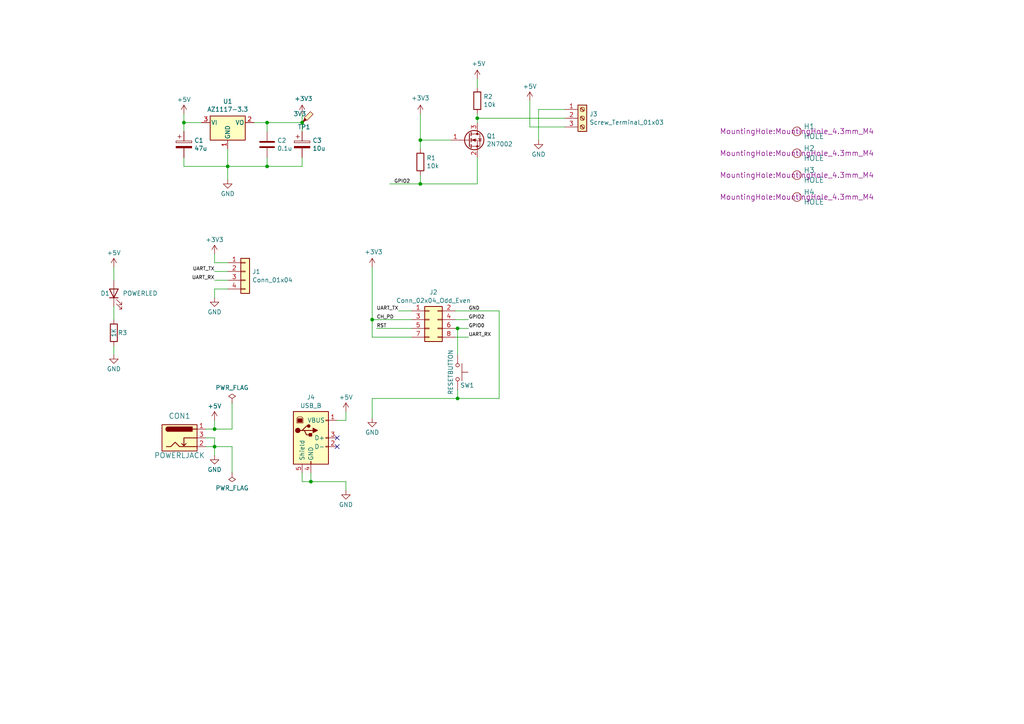
<source format=kicad_sch>
(kicad_sch (version 20230121) (generator eeschema)
  (paper "A4")
  (lib_symbols
    (symbol "Aslak:HOLE" (pin_names (offset 1.016))
      (property "Reference" "H" (at 0 2.54 0))
      (property "Value" "HOLE" (at 0 -2.54 0))
      (symbol "HOLE_0_1"
        (circle (center 0 0) (radius 1.27))
      )
    )
    (symbol "Connector:Barrel_Jack_Switch" (pin_names hide)
      (property "Reference" "J" (at 0 5.334 0))
      (property "Value" "Barrel_Jack_Switch" (at 0 -5.08 0))
      (symbol "Barrel_Jack_Switch_0_1"
        (rectangle (start -5.08 3.81) (end 5.08 -3.81) (stroke (width 0.254)) (fill (type background)))
        (arc (start -3.302 3.175) (mid -3.9343 2.54) (end -3.302 1.905) (stroke (width 0.254)))
        (arc (start -3.302 3.175) (mid -3.9343 2.54) (end -3.302 1.905) (stroke (width 0.254)) (fill (type outline)))
        (polyline (pts (xy 1.27 -2.286) (xy 1.905 -1.651)) (stroke (width 0.254)))
        (polyline (pts (xy 5.08 2.54) (xy 3.81 2.54)) (stroke (width 0.254)))
        (polyline (pts (xy 5.08 0) (xy 1.27 0) (xy 1.27 -2.286) (xy 0.635 -1.651)) (stroke (width 0.254)))
        (polyline (pts (xy -3.81 -2.54) (xy -2.54 -2.54) (xy -1.27 -1.27) (xy 0 -2.54) (xy 2.54 -2.54) (xy 5.08 -2.54)) (stroke (width 0.254)))
        (rectangle (start 3.683 3.175) (end -3.302 1.905) (stroke (width 0.254)) (fill (type outline)))
      )
      (symbol "Barrel_Jack_Switch_1_1"
        (pin passive line (at 7.62 2.54 180) (length 2.54) (name "~") (number "1"))
        (pin passive line (at 7.62 -2.54 180) (length 2.54) (name "~") (number "2"))
        (pin passive line (at 7.62 0 180) (length 2.54) (name "~") (number "3"))
      )
    )
    (symbol "Connector:Screw_Terminal_01x03" (pin_names (offset 1.016) hide)
      (property "Reference" "J" (at 0 5.08 0))
      (property "Value" "Screw_Terminal_01x03" (at 0 -5.08 0))
      (symbol "Screw_Terminal_01x03_1_1"
        (rectangle (start -1.27 3.81) (end 1.27 -3.81) (stroke (width 0.254)) (fill (type background)))
        (circle (center 0 -2.54) (radius 0.635) (stroke (width 0.1524)))
        (polyline (pts (xy -0.5334 -2.2098) (xy 0.3302 -3.048)) (stroke (width 0.1524)))
        (polyline (pts (xy -0.5334 0.3302) (xy 0.3302 -0.508)) (stroke (width 0.1524)))
        (polyline (pts (xy -0.5334 2.8702) (xy 0.3302 2.032)) (stroke (width 0.1524)))
        (polyline (pts (xy -0.3556 -2.032) (xy 0.508 -2.8702)) (stroke (width 0.1524)))
        (polyline (pts (xy -0.3556 0.508) (xy 0.508 -0.3302)) (stroke (width 0.1524)))
        (polyline (pts (xy -0.3556 3.048) (xy 0.508 2.2098)) (stroke (width 0.1524)))
        (circle (center 0 0) (radius 0.635) (stroke (width 0.1524)))
        (circle (center 0 2.54) (radius 0.635) (stroke (width 0.1524)))
        (pin passive line (at -5.08 2.54 0) (length 3.81) (name "Pin_1") (number "1"))
        (pin passive line (at -5.08 0 0) (length 3.81) (name "Pin_2") (number "2"))
        (pin passive line (at -5.08 -2.54 0) (length 3.81) (name "Pin_3") (number "3"))
      )
    )
    (symbol "Connector:TestPoint_Probe" (pin_numbers hide) (pin_names (offset 0.762) hide)
      (property "Reference" "TP" (at 1.651 5.842 0))
      (property "Value" "TestPoint_Probe" (at 1.651 4.064 0))
      (symbol "TestPoint_Probe_0_1"
        (polyline (pts (xy 1.27 0.762) (xy 0 0) (xy 0.762 1.27) (xy 1.27 0.762)) (fill (type outline)))
        (polyline (pts (xy 1.397 0.635) (xy 0.635 1.397) (xy 2.413 3.175) (xy 3.175 2.413) (xy 1.397 0.635)) (fill (type background)))
      )
      (symbol "TestPoint_Probe_1_1"
        (pin passive line (at 0 0 90) (length 0) (name "1") (number "1"))
      )
    )
    (symbol "Connector:USB_B" (pin_names (offset 1.016))
      (property "Reference" "J" (at -5.08 11.43 0))
      (property "Value" "USB_B" (at -5.08 8.89 0))
      (symbol "USB_B_0_1"
        (rectangle (start -5.08 -7.62) (end 5.08 7.62) (stroke (width 0.254)) (fill (type background)))
        (circle (center -3.81 2.159) (radius 0.635) (stroke (width 0.254)) (fill (type outline)))
        (rectangle (start -3.81 5.588) (end -2.54 4.572) (fill (type outline)))
        (circle (center -0.635 3.429) (radius 0.381) (stroke (width 0.254)) (fill (type outline)))
        (rectangle (start -0.127 -7.62) (end 0.127 -6.858))
        (polyline (pts (xy -1.905 2.159) (xy 0.635 2.159)) (stroke (width 0.254)))
        (polyline (pts (xy -3.175 2.159) (xy -2.54 2.159) (xy -1.27 3.429) (xy -0.635 3.429)) (stroke (width 0.254)))
        (polyline (pts (xy -2.54 2.159) (xy -1.905 2.159) (xy -1.27 0.889) (xy 0 0.889)) (stroke (width 0.254)))
        (polyline (pts (xy 0.635 2.794) (xy 0.635 1.524) (xy 1.905 2.159) (xy 0.635 2.794)) (stroke (width 0.254)) (fill (type outline)))
        (polyline (pts (xy -4.064 4.318) (xy -2.286 4.318) (xy -2.286 5.715) (xy -2.667 6.096) (xy -3.683 6.096) (xy -4.064 5.715) (xy -4.064 4.318)))
        (rectangle (start 0.254 1.27) (end -0.508 0.508) (stroke (width 0.254)) (fill (type outline)))
        (rectangle (start 5.08 -2.667) (end 4.318 -2.413))
        (rectangle (start 5.08 -0.127) (end 4.318 0.127))
        (rectangle (start 5.08 4.953) (end 4.318 5.207))
      )
      (symbol "USB_B_1_1"
        (pin power_out line (at 7.62 5.08 180) (length 2.54) (name "VBUS") (number "1"))
        (pin bidirectional line (at 7.62 -2.54 180) (length 2.54) (name "D-") (number "2"))
        (pin bidirectional line (at 7.62 0 180) (length 2.54) (name "D+") (number "3"))
        (pin power_out line (at 0 -10.16 90) (length 2.54) (name "GND") (number "4"))
        (pin passive line (at -2.54 -10.16 90) (length 2.54) (name "Shield") (number "5"))
      )
    )
    (symbol "Connector_Generic:Conn_01x04" (pin_names (offset 1.016) hide)
      (property "Reference" "J" (at 0 5.08 0))
      (property "Value" "Conn_01x04" (at 0 -7.62 0))
      (symbol "Conn_01x04_1_1"
        (rectangle (start -1.27 -4.953) (end 0 -5.207) (stroke (width 0.1524)))
        (rectangle (start -1.27 -2.413) (end 0 -2.667) (stroke (width 0.1524)))
        (rectangle (start -1.27 0.127) (end 0 -0.127) (stroke (width 0.1524)))
        (rectangle (start -1.27 2.667) (end 0 2.413) (stroke (width 0.1524)))
        (rectangle (start -1.27 3.81) (end 1.27 -6.35) (stroke (width 0.254)) (fill (type background)))
        (pin passive line (at -5.08 2.54 0) (length 3.81) (name "Pin_1") (number "1"))
        (pin passive line (at -5.08 0 0) (length 3.81) (name "Pin_2") (number "2"))
        (pin passive line (at -5.08 -2.54 0) (length 3.81) (name "Pin_3") (number "3"))
        (pin passive line (at -5.08 -5.08 0) (length 3.81) (name "Pin_4") (number "4"))
      )
    )
    (symbol "Connector_Generic:Conn_02x04_Odd_Even" (pin_names (offset 1.016) hide)
      (property "Reference" "J" (at 1.27 5.08 0))
      (property "Value" "Conn_02x04_Odd_Even" (at 1.27 -7.62 0))
      (symbol "Conn_02x04_Odd_Even_1_1"
        (rectangle (start -1.27 -4.953) (end 0 -5.207) (stroke (width 0.1524)))
        (rectangle (start -1.27 -2.413) (end 0 -2.667) (stroke (width 0.1524)))
        (rectangle (start -1.27 0.127) (end 0 -0.127) (stroke (width 0.1524)))
        (rectangle (start -1.27 2.667) (end 0 2.413) (stroke (width 0.1524)))
        (rectangle (start -1.27 3.81) (end 3.81 -6.35) (stroke (width 0.254)) (fill (type background)))
        (rectangle (start 3.81 -4.953) (end 2.54 -5.207) (stroke (width 0.1524)))
        (rectangle (start 3.81 -2.413) (end 2.54 -2.667) (stroke (width 0.1524)))
        (rectangle (start 3.81 0.127) (end 2.54 -0.127) (stroke (width 0.1524)))
        (rectangle (start 3.81 2.667) (end 2.54 2.413) (stroke (width 0.1524)))
        (pin passive line (at -5.08 2.54 0) (length 3.81) (name "Pin_1") (number "1"))
        (pin passive line (at 7.62 2.54 180) (length 3.81) (name "Pin_2") (number "2"))
        (pin passive line (at -5.08 0 0) (length 3.81) (name "Pin_3") (number "3"))
        (pin passive line (at 7.62 0 180) (length 3.81) (name "Pin_4") (number "4"))
        (pin passive line (at -5.08 -2.54 0) (length 3.81) (name "Pin_5") (number "5"))
        (pin passive line (at 7.62 -2.54 180) (length 3.81) (name "Pin_6") (number "6"))
        (pin passive line (at -5.08 -5.08 0) (length 3.81) (name "Pin_7") (number "7"))
        (pin passive line (at 7.62 -5.08 180) (length 3.81) (name "Pin_8") (number "8"))
      )
    )
    (symbol "Device:C" (pin_numbers hide) (pin_names (offset 0.254))
      (property "Reference" "C" (at 0.635 2.54 0))
      (property "Value" "C" (at 0.635 -2.54 0))
      (symbol "C_0_1"
        (polyline (pts (xy -2.032 -0.762) (xy 2.032 -0.762)) (stroke (width 0.508)))
        (polyline (pts (xy -2.032 0.762) (xy 2.032 0.762)) (stroke (width 0.508)))
      )
      (symbol "C_1_1"
        (pin passive line (at 0 3.81 270) (length 2.794) (name "~") (number "1"))
        (pin passive line (at 0 -3.81 90) (length 2.794) (name "~") (number "2"))
      )
    )
    (symbol "Device:CP" (pin_numbers hide) (pin_names (offset 0.254))
      (property "Reference" "C" (at 0.635 2.54 0))
      (property "Value" "Device_CP" (at 0.635 -2.54 0))
      (symbol "CP_0_1"
        (rectangle (start -2.286 0.508) (end 2.286 1.016))
        (polyline (pts (xy -1.778 2.286) (xy -0.762 2.286)))
        (polyline (pts (xy -1.27 2.794) (xy -1.27 1.778)))
        (rectangle (start 2.286 -0.508) (end -2.286 -1.016) (fill (type outline)))
      )
      (symbol "CP_1_1"
        (pin passive line (at 0 3.81 270) (length 2.794) (name "~") (number "1"))
        (pin passive line (at 0 -3.81 90) (length 2.794) (name "~") (number "2"))
      )
    )
    (symbol "Device:LED" (pin_numbers hide) (pin_names (offset 1.016) hide)
      (property "Reference" "D" (at 0 2.54 0))
      (property "Value" "LED" (at 0 -2.54 0))
      (symbol "LED_0_1"
        (polyline (pts (xy -1.27 -1.27) (xy -1.27 1.27)) (stroke (width 0.254)))
        (polyline (pts (xy -1.27 0) (xy 1.27 0)))
        (polyline (pts (xy 1.27 -1.27) (xy 1.27 1.27) (xy -1.27 0) (xy 1.27 -1.27)) (stroke (width 0.254)))
        (polyline (pts (xy -3.048 -0.762) (xy -4.572 -2.286) (xy -3.81 -2.286) (xy -4.572 -2.286) (xy -4.572 -1.524)))
        (polyline (pts (xy -1.778 -0.762) (xy -3.302 -2.286) (xy -2.54 -2.286) (xy -3.302 -2.286) (xy -3.302 -1.524)))
      )
      (symbol "LED_1_1"
        (pin passive line (at -3.81 0 0) (length 2.54) (name "K") (number "1"))
        (pin passive line (at 3.81 0 180) (length 2.54) (name "A") (number "2"))
      )
    )
    (symbol "Device:R" (pin_numbers hide) (pin_names (offset 0))
      (property "Reference" "R" (at 2.032 0 90))
      (property "Value" "R" (at 0 0 90))
      (symbol "R_0_1"
        (rectangle (start -1.016 -2.54) (end 1.016 2.54) (stroke (width 0.254)))
      )
      (symbol "R_1_1"
        (pin passive line (at 0 3.81 270) (length 1.27) (name "~") (number "1"))
        (pin passive line (at 0 -3.81 90) (length 1.27) (name "~") (number "2"))
      )
    )
    (symbol "Regulator_Linear:AZ1117-3.3" (pin_names (offset 0.254))
      (property "Reference" "U" (at -3.81 3.175 0))
      (property "Value" "AZ1117-3.3" (at 0 3.175 0))
      (symbol "AZ1117-3.3_0_1"
        (rectangle (start -5.08 1.905) (end 5.08 -5.08) (stroke (width 0.254)) (fill (type background)))
      )
      (symbol "AZ1117-3.3_1_1"
        (pin power_in line (at 0 -7.62 90) (length 2.54) (name "GND") (number "1"))
        (pin power_out line (at 7.62 0 180) (length 2.54) (name "VO") (number "2"))
        (pin power_in line (at -7.62 0 0) (length 2.54) (name "VI") (number "3"))
      )
    )
    (symbol "Switch:SW_Push" (pin_numbers hide) (pin_names (offset 1.016) hide)
      (property "Reference" "SW" (at 1.27 2.54 0))
      (property "Value" "SW_Push" (at 0 -1.524 0))
      (symbol "SW_Push_0_1"
        (circle (center -2.032 0) (radius 0.508))
        (polyline (pts (xy 0 1.27) (xy 0 3.048)))
        (polyline (pts (xy 2.54 1.27) (xy -2.54 1.27)))
        (circle (center 2.032 0) (radius 0.508))
        (pin passive line (at -5.08 0 0) (length 2.54) (name "1") (number "1"))
        (pin passive line (at 5.08 0 180) (length 2.54) (name "2") (number "2"))
      )
    )
    (symbol "Transistor_FET:2N7002" (pin_names hide)
      (property "Reference" "Q" (at 5.08 1.905 0))
      (property "Value" "2N7002" (at 5.08 0 0))
      (symbol "2N7002_0_1"
        (polyline (pts (xy 0.254 0) (xy -2.54 0)))
        (polyline (pts (xy 0.254 1.905) (xy 0.254 -1.905)) (stroke (width 0.254)))
        (polyline (pts (xy 0.762 -1.27) (xy 0.762 -2.286)) (stroke (width 0.254)))
        (polyline (pts (xy 0.762 0.508) (xy 0.762 -0.508)) (stroke (width 0.254)))
        (polyline (pts (xy 0.762 2.286) (xy 0.762 1.27)) (stroke (width 0.254)))
        (polyline (pts (xy 2.54 2.54) (xy 2.54 1.778)))
        (polyline (pts (xy 2.54 -2.54) (xy 2.54 0) (xy 0.762 0)))
        (polyline (pts (xy 0.762 -1.778) (xy 3.302 -1.778) (xy 3.302 1.778) (xy 0.762 1.778)))
        (polyline (pts (xy 1.016 0) (xy 2.032 0.381) (xy 2.032 -0.381) (xy 1.016 0)) (fill (type outline)))
        (polyline (pts (xy 2.794 0.508) (xy 2.921 0.381) (xy 3.683 0.381) (xy 3.81 0.254)))
        (polyline (pts (xy 3.302 0.381) (xy 2.921 -0.254) (xy 3.683 -0.254) (xy 3.302 0.381)))
        (circle (center 1.651 0) (radius 2.794) (stroke (width 0.254)))
        (circle (center 2.54 -1.778) (radius 0.254) (fill (type outline)))
        (circle (center 2.54 1.778) (radius 0.254) (fill (type outline)))
      )
      (symbol "2N7002_1_1"
        (pin input line (at -5.08 0 0) (length 2.54) (name "G") (number "1"))
        (pin passive line (at 2.54 -5.08 90) (length 2.54) (name "S") (number "2"))
        (pin passive line (at 2.54 5.08 270) (length 2.54) (name "D") (number "3"))
      )
    )
    (symbol "power:+3V3" (power) (pin_names (offset 0))
      (property "Value" "+3V3" (at 0 3.556 0))
      (symbol "+3V3_0_1"
        (polyline (pts (xy -0.762 1.27) (xy 0 2.54)))
        (polyline (pts (xy 0 0) (xy 0 2.54)))
        (polyline (pts (xy 0 2.54) (xy 0.762 1.27)))
      )
      (symbol "+3V3_1_1"
        (pin power_in line (at 0 0 90) (length 0) hide (name "+3V3") (number "1"))
      )
    )
    (symbol "power:+5V" (power) (pin_names (offset 0))
      (property "Value" "+5V" (at 0 3.556 0))
      (symbol "+5V_0_1"
        (polyline (pts (xy -0.762 1.27) (xy 0 2.54)))
        (polyline (pts (xy 0 0) (xy 0 2.54)))
        (polyline (pts (xy 0 2.54) (xy 0.762 1.27)))
      )
      (symbol "+5V_1_1"
        (pin power_in line (at 0 0 90) (length 0) hide (name "+5V") (number "1"))
      )
    )
    (symbol "power:GND" (power) (pin_names (offset 0))
      (property "Value" "GND" (at 0 -3.81 0))
      (symbol "GND_0_1"
        (polyline (pts (xy 0 0) (xy 0 -1.27) (xy 1.27 -1.27) (xy 0 -2.54) (xy -1.27 -1.27) (xy 0 -1.27)))
      )
      (symbol "GND_1_1"
        (pin power_in line (at 0 0 270) (length 0) hide (name "GND") (number "1"))
      )
    )
    (symbol "power:PWR_FLAG" (power) (pin_numbers hide) (pin_names (offset 0) hide)
      (property "Value" "PWR_FLAG" (at 0 3.81 0))
      (symbol "PWR_FLAG_0_0"
        (pin power_out line (at 0 0 90) (length 0) (name "pwr") (number "1"))
      )
      (symbol "PWR_FLAG_0_1"
        (polyline (pts (xy 0 0) (xy 0 1.27) (xy -1.016 1.905) (xy 0 2.54) (xy 1.016 1.905) (xy 0 1.27)))
      )
    )
  )
  (junction (at 62.23 124.46))
  (junction (at 107.95 92.71))
  (junction (at 90.17 139.7))
  (junction (at 87.63 35.56))
  (junction (at 66.04 48.26))
  (junction (at 121.92 53.34))
  (junction (at 62.23 129.54))
  (junction (at 132.715 95.25))
  (junction (at 77.47 48.26))
  (junction (at 77.47 35.56))
  (junction (at 132.715 115.57))
  (junction (at 121.92 40.64))
  (junction (at 53.34 35.56))
  (junction (at 138.43 34.29))
  (no_connect (at 97.79 129.54))
  (no_connect (at 97.79 127))
  (wire (pts (xy 138.43 45.72) (xy 138.43 53.34)))
  (wire (pts (xy 59.69 127) (xy 62.23 127)))
  (wire (pts (xy 67.31 116.84) (xy 67.31 124.46)))
  (wire (pts (xy 62.23 78.74) (xy 66.04 78.74)))
  (wire (pts (xy 62.23 83.82) (xy 62.23 86.36)))
  (wire (pts (xy 87.63 45.72) (xy 87.63 48.26)))
  (wire (pts (xy 33.02 100.33) (xy 33.02 102.87)))
  (wire (pts (xy 138.43 33.02) (xy 138.43 34.29)))
  (wire (pts (xy 62.23 124.46) (xy 59.69 124.46)))
  (wire (pts (xy 109.22 95.25) (xy 119.38 95.25)))
  (wire (pts (xy 33.02 77.47) (xy 33.02 81.28)))
  (wire (pts (xy 132.715 113.03) (xy 132.715 115.57)))
  (wire (pts (xy 132.715 95.25) (xy 132.715 102.87)))
  (wire (pts (xy 66.04 48.26) (xy 53.34 48.26)))
  (wire (pts (xy 53.34 35.56) (xy 53.34 38.1)))
  (wire (pts (xy 107.95 92.71) (xy 119.38 92.71)))
  (wire (pts (xy 73.66 35.56) (xy 77.47 35.56)))
  (wire (pts (xy 113.03 53.34) (xy 121.92 53.34)))
  (wire (pts (xy 53.34 35.56) (xy 53.34 33.02)))
  (wire (pts (xy 59.69 129.54) (xy 62.23 129.54)))
  (wire (pts (xy 144.78 90.17) (xy 144.78 115.57)))
  (wire (pts (xy 138.43 22.86) (xy 138.43 25.4)))
  (wire (pts (xy 153.67 36.83) (xy 163.83 36.83)))
  (wire (pts (xy 138.43 34.29) (xy 138.43 35.56)))
  (wire (pts (xy 107.95 97.79) (xy 119.38 97.79)))
  (wire (pts (xy 77.47 45.72) (xy 77.47 48.26)))
  (wire (pts (xy 100.33 139.7) (xy 100.33 142.24)))
  (wire (pts (xy 77.47 35.56) (xy 87.63 35.56)))
  (wire (pts (xy 156.21 31.75) (xy 156.21 40.64)))
  (wire (pts (xy 90.17 139.7) (xy 100.33 139.7)))
  (wire (pts (xy 97.79 121.92) (xy 100.33 121.92)))
  (wire (pts (xy 58.42 35.56) (xy 53.34 35.56)))
  (wire (pts (xy 53.34 48.26) (xy 53.34 45.72)))
  (wire (pts (xy 62.23 81.28) (xy 66.04 81.28)))
  (wire (pts (xy 66.04 48.26) (xy 77.47 48.26)))
  (wire (pts (xy 163.83 31.75) (xy 156.21 31.75)))
  (wire (pts (xy 67.31 129.54) (xy 67.31 137.16)))
  (wire (pts (xy 77.47 38.1) (xy 77.47 35.56)))
  (wire (pts (xy 107.95 115.57) (xy 132.715 115.57)))
  (wire (pts (xy 66.04 43.18) (xy 66.04 48.26)))
  (wire (pts (xy 153.67 29.21) (xy 153.67 36.83)))
  (wire (pts (xy 132.08 92.71) (xy 135.89 92.71)))
  (wire (pts (xy 62.23 129.54) (xy 62.23 132.08)))
  (wire (pts (xy 132.08 95.25) (xy 132.715 95.25)))
  (wire (pts (xy 121.92 40.64) (xy 121.92 43.18)))
  (wire (pts (xy 135.89 97.79) (xy 132.08 97.79)))
  (wire (pts (xy 130.81 40.64) (xy 121.92 40.64)))
  (wire (pts (xy 77.47 48.26) (xy 87.63 48.26)))
  (wire (pts (xy 107.95 115.57) (xy 107.95 121.285)))
  (wire (pts (xy 66.04 83.82) (xy 62.23 83.82)))
  (wire (pts (xy 107.95 77.47) (xy 107.95 92.71)))
  (wire (pts (xy 62.23 73.66) (xy 62.23 76.2)))
  (wire (pts (xy 132.08 90.17) (xy 144.78 90.17)))
  (wire (pts (xy 90.17 137.16) (xy 90.17 139.7)))
  (wire (pts (xy 132.715 115.57) (xy 144.78 115.57)))
  (wire (pts (xy 62.23 124.46) (xy 67.31 124.46)))
  (wire (pts (xy 121.92 33.02) (xy 121.92 40.64)))
  (wire (pts (xy 87.63 137.16) (xy 87.63 139.7)))
  (wire (pts (xy 107.95 92.71) (xy 107.95 97.79)))
  (wire (pts (xy 138.43 34.29) (xy 163.83 34.29)))
  (wire (pts (xy 62.23 76.2) (xy 66.04 76.2)))
  (wire (pts (xy 138.43 53.34) (xy 121.92 53.34)))
  (wire (pts (xy 121.92 50.8) (xy 121.92 53.34)))
  (wire (pts (xy 100.33 121.92) (xy 100.33 119.38)))
  (wire (pts (xy 33.02 88.9) (xy 33.02 92.71)))
  (wire (pts (xy 62.23 129.54) (xy 67.31 129.54)))
  (wire (pts (xy 87.63 38.1) (xy 87.63 35.56)))
  (wire (pts (xy 115.57 90.17) (xy 119.38 90.17)))
  (wire (pts (xy 66.04 48.26) (xy 66.04 52.07)))
  (wire (pts (xy 87.63 35.56) (xy 87.63 33.02)))
  (wire (pts (xy 62.23 121.92) (xy 62.23 124.46)))
  (wire (pts (xy 62.23 127) (xy 62.23 129.54)))
  (wire (pts (xy 132.715 95.25) (xy 135.89 95.25)))
  (wire (pts (xy 87.63 139.7) (xy 90.17 139.7)))
  (label "GND" (at 135.89 90.17 0) (effects (font (size 1 1))))
  (label "UART_RX" (at 62.23 81.28 180) (effects (font (size 1 1))))
  (label "UART_TX" (at 62.23 78.74 180) (effects (font (size 1 1))))
  (label "CH_PD" (at 109.22 92.71 0) (effects (font (size 1 1))))
  (label "GPIO0" (at 135.89 95.25 0) (effects (font (size 1 1))))
  (label "UART_RX" (at 135.89 97.79 0) (effects (font (size 1 1))))
  (label "UART_TX" (at 115.57 90.17 180) (effects (font (size 1 1))))
  (label "RST" (at 109.22 95.25 0) (effects (font (size 1 1))))
  (label "GPIO2" (at 114.3 53.34 0) (effects (font (size 1 1))))
  (label "GPIO2" (at 135.89 92.71 0) (effects (font (size 1 1))))
  (symbol (lib_id "power:+5V") (at 33.02 77.47 0) (unit 1)
    (property "Reference" "#PWR09" (effects hide))
    (property "Value" "+5V" (at 33.02 73.3369 0))
  )
  (symbol (lib_id "Transistor_FET:2N7002") (at 135.89 40.64 0) (unit 1)
    (property "Reference" "Q1" (at 141.1224 39.4716 0) (effects (justify left)))
    (property "Value" "2N7002" (at 141.1224 41.783 0) (effects (justify left)))
    (property "Footprint" "Package_TO_SOT_SMD:SOT-23" (effects hide))
    (property "Datasheet" "https://www.fairchildsemi.com/datasheets/2N/2N7002.pdf" (effects hide))
    (property "LCSC" "C8545" (effects hide))
  )
  (symbol (lib_id "power:+3V3") (at 121.92 33.02 0) (unit 1)
    (property "Reference" "#PWR07" (effects hide))
    (property "Value" "+3V3" (at 121.92 28.448 0))
  )
  (symbol (lib_id "Switch:SW_Push") (at 132.715 107.95 270) (unit 1)
    (property "Reference" "SW1" (at 135.509 111.76 90))
    (property "Value" "RESETBUTTON" (at 130.683 107.95 0))
    (property "Footprint" "Button_Switch_SMD:SW_Push_1P1T_NO_CK_KSC6xxJ" (effects hide))
  )
  (symbol (lib_id "Connector:Barrel_Jack_Switch") (at 52.07 127 0) (unit 1)
    (property "Reference" "CON1" (at 52.07 120.65 0) (effects (font (size 1.524 1.524))))
    (property "Value" "POWERLJACK" (at 52.07 132.08 0) (effects (font (size 1.524 1.524))))
    (property "Footprint" "Connector_BarrelJack:BarrelJack_Horizontal" (effects hide))
  )
  (symbol (lib_id "power:+5V") (at 153.67 29.21 0) (unit 1)
    (property "Reference" "#PWR02" (effects hide))
    (property "Value" "+5V" (at 153.67 25.0769 0))
  )
  (symbol (lib_id "Connector_Generic:Conn_01x04") (at 71.12 78.74 0) (unit 1)
    (property "Reference" "J1" (at 73.152 78.7979 0) (effects (justify left)))
    (property "Value" "Conn_01x04" (at 73.152 81.2221 0) (effects (justify left)))
    (property "Footprint" "Connector_PinHeader_2.54mm:PinHeader_1x04_P2.54mm_Vertical" (effects hide))
  )
  (symbol (lib_id "Aslak:HOLE") (at 231.14 57.15 0) (unit 1)
    (property "Reference" "H4" (at 233.045 55.7336 0) (effects (font (size 1.524 1.524)) (justify left)))
    (property "Value" "HOLE" (at 233.045 58.5664 0) (effects (font (size 1.524 1.524)) (justify left)))
    (property "Footprint" "MountingHole:MountingHole_4.3mm_M4" (at 231.14 57.15 0) (effects (font (size 1.524 1.524))))
  )
  (symbol (lib_id "Device:C") (at 77.47 41.91 0) (unit 1)
    (property "Reference" "C2" (at 80.391 40.7416 0) (effects (justify left)))
    (property "Value" "0.1u" (at 80.391 43.053 0) (effects (justify left)))
    (property "Footprint" "Capacitor_SMD:C_1206_3216Metric" (effects hide))
  )
  (symbol (lib_id "power:+3V3") (at 62.23 73.66 0) (unit 1)
    (property "Reference" "#PWR011" (effects hide))
    (property "Value" "+3V3" (at 62.23 69.5269 0))
  )
  (symbol (lib_id "power:+3V3") (at 107.95 77.47 0) (unit 1)
    (property "Reference" "#PWR01" (effects hide))
    (property "Value" "+3V3" (at 108.331 73.0758 0))
  )
  (symbol (lib_id "power:GND") (at 156.21 40.64 0) (unit 1)
    (property "Reference" "#PWR017" (effects hide))
    (property "Value" "GND" (at 156.21 44.7731 0))
  )
  (symbol (lib_id "Aslak:HOLE") (at 231.14 44.45 0) (unit 1)
    (property "Reference" "H2" (at 233.045 43.0336 0) (effects (font (size 1.524 1.524)) (justify left)))
    (property "Value" "HOLE" (at 233.045 45.8664 0) (effects (font (size 1.524 1.524)) (justify left)))
    (property "Footprint" "MountingHole:MountingHole_4.3mm_M4" (at 231.14 44.45 0) (effects (font (size 1.524 1.524))))
  )
  (symbol (lib_id "power:GND") (at 100.33 142.24 0) (unit 1)
    (property "Reference" "#PWR016" (effects hide))
    (property "Value" "GND" (at 100.33 146.3731 0))
  )
  (symbol (lib_id "Device:R") (at 33.02 96.52 0) (unit 1)
    (property "Reference" "R3" (at 35.56 96.52 0))
    (property "Value" "1K" (at 33.02 96.52 90))
    (property "Footprint" "Resistor_SMD:R_0805_2012Metric" (effects hide))
  )
  (symbol (lib_id "Aslak:HOLE") (at 231.14 50.8 0) (unit 1)
    (property "Reference" "H3" (at 233.045 49.3836 0) (effects (font (size 1.524 1.524)) (justify left)))
    (property "Value" "HOLE" (at 233.045 52.2164 0) (effects (font (size 1.524 1.524)) (justify left)))
    (property "Footprint" "MountingHole:MountingHole_4.3mm_M4" (at 231.14 50.8 0) (effects (font (size 1.524 1.524))))
  )
  (symbol (lib_id "power:GND") (at 107.95 121.285 0) (unit 1)
    (property "Reference" "#PWR03" (effects hide))
    (property "Value" "GND" (at 107.95 125.4181 0))
  )
  (symbol (lib_id "power:GND") (at 62.23 86.36 0) (unit 1)
    (property "Reference" "#PWR012" (effects hide))
    (property "Value" "GND" (at 62.23 90.4931 0))
  )
  (symbol (lib_id "Device:CP") (at 53.34 41.91 0) (unit 1)
    (property "Reference" "C1" (at 56.3372 40.7416 0) (effects (justify left)))
    (property "Value" "47u" (at 56.3372 43.053 0) (effects (justify left)))
    (property "Footprint" "Capacitor_Tantalum_SMD:CP_EIA-7343-15_Kemet-W" (effects hide))
  )
  (symbol (lib_id "power:GND") (at 33.02 102.87 0) (unit 1)
    (property "Reference" "#PWR010" (effects hide))
    (property "Value" "GND" (at 33.02 107.0031 0))
  )
  (symbol (lib_id "Aslak:HOLE") (at 231.14 38.1 0) (unit 1)
    (property "Reference" "H1" (at 233.045 36.6836 0) (effects (font (size 1.524 1.524)) (justify left)))
    (property "Value" "HOLE" (at 233.045 39.5164 0) (effects (font (size 1.524 1.524)) (justify left)))
    (property "Footprint" "MountingHole:MountingHole_4.3mm_M4" (at 231.14 38.1 0) (effects (font (size 1.524 1.524))))
  )
  (symbol (lib_id "power:+5V") (at 100.33 119.38 0) (unit 1)
    (property "Reference" "#PWR015" (effects hide))
    (property "Value" "+5V" (at 100.33 115.2469 0))
  )
  (symbol (lib_id "Connector:USB_B") (at 90.17 127 0) (unit 1)
    (property "Reference" "J4" (at 90.17 115.2357 0))
    (property "Value" "USB_B" (at 90.17 117.6599 0))
    (property "Footprint" "Connector_USB:USB_B_OST_USB-B1HSxx_Horizontal" (effects hide))
    (property "Datasheet" " ~" (effects hide))
  )
  (symbol (lib_id "Connector:TestPoint_Probe") (at 87.63 35.56 0) (unit 1)
    (property "Reference" "TP1" (at 86.36 36.83 0) (effects (justify left)))
    (property "Value" "3V3" (at 85.09 33.02 0) (effects (justify left)))
    (property "Footprint" "TestPoint:TestPoint_Loop_D1.80mm_Drill1.0mm_Beaded" (effects hide))
  )
  (symbol (lib_id "Regulator_Linear:AZ1117-3.3") (at 66.04 35.56 0) (unit 1)
    (property "Reference" "U1" (at 66.04 29.4132 0))
    (property "Value" "AZ1117-3.3" (at 66.04 31.7246 0))
    (property "Footprint" "Package_TO_SOT_SMD:SOT-223-3_TabPin2" (effects hide))
    (property "Datasheet" "https://www.diodes.com/assets/Datasheets/AZ1117.pdf" (effects hide))
  )
  (symbol (lib_id "power:+5V") (at 53.34 33.02 0) (unit 1)
    (property "Reference" "#PWR04" (effects hide))
    (property "Value" "+5V" (at 53.34 28.8869 0))
  )
  (symbol (lib_id "Device:R") (at 121.92 46.99 0) (unit 1)
    (property "Reference" "R1" (at 123.698 45.8216 0) (effects (justify left)))
    (property "Value" "10k" (at 123.698 48.133 0) (effects (justify left)))
    (property "Footprint" "Resistor_SMD:R_0805_2012Metric" (effects hide))
    (property "Datasheet" "https://datasheet.lcsc.com/lcsc/2110251730_UNI-ROYAL-Uniroyal-Elec-0805W8F1002T5E_C17414.pdf" (effects hide))
    (property "LCSC" "C17414" (effects hide))
  )
  (symbol (lib_id "power:+5V") (at 138.43 22.86 0) (unit 1)
    (property "Reference" "#PWR08" (effects hide))
    (property "Value" "+5V" (at 138.811 18.4658 0))
  )
  (symbol (lib_id "power:GND") (at 66.04 52.07 0) (unit 1)
    (property "Reference" "#PWR05" (effects hide))
    (property "Value" "GND" (at 66.04 56.2031 0))
  )
  (symbol (lib_id "Connector_Generic:Conn_02x04_Odd_Even") (at 124.46 92.71 0) (unit 1)
    (property "Reference" "J2" (at 125.73 84.7557 0))
    (property "Value" "Conn_02x04_Odd_Even" (at 125.73 87.1799 0))
    (property "Footprint" "Connector_PinHeader_2.54mm:PinHeader_2x04_P2.54mm_Vertical" (effects hide))
  )
  (symbol (lib_id "power:PWR_FLAG") (at 67.31 116.84 0) (unit 1)
    (property "Reference" "#FLG03" (effects hide))
    (property "Value" "PWR_FLAG" (at 67.31 112.4458 0))
  )
  (symbol (lib_id "power:GND") (at 62.23 132.08 0) (unit 1)
    (property "Reference" "#PWR014" (effects hide))
    (property "Value" "GND" (at 62.23 136.2131 0))
  )
  (symbol (lib_id "Connector:Screw_Terminal_01x03") (at 168.91 34.29 0) (unit 1)
    (property "Reference" "J3" (at 170.942 33.0779 0) (effects (justify left)))
    (property "Value" "Screw_Terminal_01x03" (at 170.942 35.5021 0) (effects (justify left)))
    (property "Footprint" "TerminalBlock_Philmore:TerminalBlock_Philmore_TB133_1x03_P5.00mm_Horizontal" (effects hide))
  )
  (symbol (lib_id "power:+5V") (at 62.23 121.92 0) (unit 1)
    (property "Reference" "#PWR013" (effects hide))
    (property "Value" "+5V" (at 62.23 117.7869 0))
  )
  (symbol (lib_id "power:+3V3") (at 87.63 33.02 0) (unit 1)
    (property "Reference" "#PWR06" (effects hide))
    (property "Value" "+3V3" (at 88.011 28.6258 0))
  )
  (symbol (lib_id "power:PWR_FLAG") (at 67.31 137.16 180) (unit 1)
    (property "Reference" "#FLG04" (effects hide))
    (property "Value" "PWR_FLAG" (at 67.31 141.5542 0))
  )
  (symbol (lib_id "Device:LED") (at 33.02 85.09 90) (unit 1)
    (property "Reference" "D1" (at 30.48 85.09 90))
    (property "Value" "POWERLED" (at 40.64 85.09 90))
    (property "Footprint" "LED_SMD:LED_1210_3225Metric" (effects hide))
  )
  (symbol (lib_id "Device:CP") (at 87.63 41.91 0) (unit 1)
    (property "Reference" "C3" (at 90.6272 40.7416 0) (effects (justify left)))
    (property "Value" "10u" (at 90.6272 43.053 0) (effects (justify left)))
    (property "Footprint" "Capacitor_Tantalum_SMD:CP_EIA-3216-10_Kemet-I" (effects hide))
  )
  (symbol (lib_id "Device:R") (at 138.43 29.21 0) (unit 1)
    (property "Reference" "R2" (at 140.208 28.0416 0) (effects (justify left)))
    (property "Value" "10k" (at 140.208 30.353 0) (effects (justify left)))
    (property "Footprint" "Resistor_SMD:R_0805_2012Metric" (effects hide))
    (property "Datasheet" "https://datasheet.lcsc.com/lcsc/2110251730_UNI-ROYAL-Uniroyal-Elec-0805W8F1002T5E_C17414.pdf" (effects hide))
    (property "LCSC" "C17414" (effects hide))
  )
)
</source>
